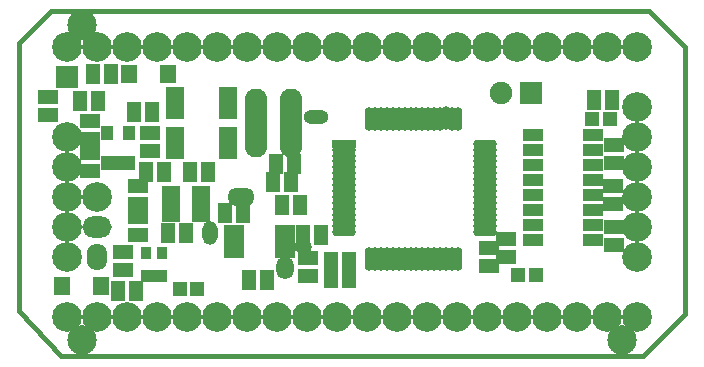
<source format=gts>
G04 (created by PCBNEW-RS274X (2011-05-25)-stable) date Fri 26 Jun 2015 07:16:06 BST*
G01*
G70*
G90*
%MOIN*%
G04 Gerber Fmt 3.4, Leading zero omitted, Abs format*
%FSLAX34Y34*%
G04 APERTURE LIST*
%ADD10C,0.006000*%
%ADD11C,0.015000*%
%ADD12R,0.055400X0.060200*%
%ADD13R,0.065000X0.040000*%
%ADD14R,0.040000X0.050000*%
%ADD15R,0.059400X0.030600*%
%ADD16R,0.035700X0.039700*%
%ADD17R,0.059400X0.047600*%
%ADD18R,0.070000X0.035000*%
%ADD19R,0.080000X0.029800*%
%ADD20O,0.080000X0.029800*%
%ADD21O,0.029800X0.080000*%
%ADD22O,0.075100X0.230200*%
%ADD23R,0.065000X0.045000*%
%ADD24O,0.067200X0.090900*%
%ADD25O,0.098300X0.071200*%
%ADD26C,0.098700*%
%ADD27R,0.075000X0.075000*%
%ADD28R,0.045000X0.065000*%
%ADD29O,0.090900X0.059400*%
%ADD30O,0.083000X0.047600*%
%ADD31O,0.059400X0.075100*%
%ADD32O,0.051500X0.079100*%
%ADD33O,0.059400X0.039700*%
%ADD34C,0.075000*%
%ADD35C,0.098500*%
%ADD36R,0.051400X0.051400*%
G04 APERTURE END LIST*
G54D10*
G54D11*
X20100Y09750D02*
X18900Y10950D01*
X-01050Y10950D02*
X18900Y10950D01*
X-02100Y00950D02*
X-02100Y09900D01*
X20100Y00850D02*
X18700Y-00550D01*
X20100Y09750D02*
X20100Y00850D01*
X-00700Y-00550D02*
X18700Y-00550D01*
X-02100Y00950D02*
X-00700Y-00550D01*
X-02100Y09900D02*
X-01050Y10950D01*
G54D12*
X00621Y01800D03*
X-00671Y01800D03*
X02871Y08850D03*
X01579Y08850D03*
G54D13*
X15043Y06811D03*
X15043Y06311D03*
X15043Y05811D03*
X15043Y05311D03*
X15043Y04811D03*
X15043Y04311D03*
X15043Y03811D03*
X15043Y03311D03*
X17043Y03311D03*
X17043Y03811D03*
X17043Y04311D03*
X17043Y04811D03*
X17043Y05311D03*
X17043Y05811D03*
X17043Y06311D03*
X17043Y06811D03*
G54D14*
X00825Y05875D03*
X01575Y05875D03*
X00825Y06875D03*
X01200Y05875D03*
X01575Y06875D03*
G54D15*
X04850Y06150D03*
X04850Y06350D03*
X04850Y06550D03*
X04850Y06750D03*
X04850Y06950D03*
X03100Y06950D03*
X03100Y06750D03*
X03100Y06550D03*
X03100Y06350D03*
X03100Y06150D03*
X03100Y08300D03*
X03100Y08100D03*
X03100Y07900D03*
X03100Y07700D03*
X03100Y07500D03*
X04850Y07500D03*
X04850Y07700D03*
X04850Y07900D03*
X04850Y08100D03*
X04850Y08300D03*
G54D16*
X02656Y02874D03*
X02144Y02874D03*
X02144Y02126D03*
X02400Y02126D03*
X02656Y02126D03*
G54D17*
X03950Y04900D03*
X03950Y04525D03*
X03950Y04150D03*
X02950Y04150D03*
X02950Y04525D03*
X02950Y04900D03*
G54D18*
X05075Y03659D03*
X05075Y03403D03*
X05075Y03147D03*
X05075Y02891D03*
X06775Y02891D03*
X06775Y03147D03*
X06775Y03403D03*
X06775Y03659D03*
G54D19*
X08739Y06526D03*
G54D20*
X08739Y06329D03*
X08739Y06132D03*
X08739Y05935D03*
X08739Y05738D03*
X08739Y05542D03*
X08739Y05345D03*
X08739Y05148D03*
X08739Y04951D03*
X08739Y04754D03*
X08739Y04557D03*
X08739Y04361D03*
X08739Y04164D03*
X08739Y03967D03*
X08739Y03770D03*
X08739Y03573D03*
G54D21*
X09574Y02675D03*
X09771Y02675D03*
X09968Y02675D03*
X10165Y02675D03*
X10362Y02675D03*
X10558Y02675D03*
X10755Y02675D03*
X10952Y02675D03*
X11149Y02675D03*
X11346Y02675D03*
X11543Y02675D03*
X11739Y02675D03*
X11936Y02675D03*
X12133Y02675D03*
X12330Y02675D03*
X12527Y02675D03*
G54D20*
X13425Y03573D03*
X13425Y03770D03*
X13425Y03967D03*
X13425Y04164D03*
X13425Y04361D03*
X13425Y04557D03*
X13425Y04754D03*
X13425Y04951D03*
X13425Y05148D03*
X13425Y05345D03*
X13425Y05542D03*
X13425Y05738D03*
X13425Y05935D03*
X13425Y06132D03*
X13425Y06329D03*
X13425Y06526D03*
G54D21*
X12527Y07361D03*
X12330Y07361D03*
X11936Y07361D03*
X12133Y07368D03*
X11739Y07361D03*
X11543Y07361D03*
X11346Y07361D03*
X11149Y07361D03*
X10952Y07361D03*
X10755Y07361D03*
X10561Y07361D03*
X10364Y07361D03*
X10167Y07361D03*
X09970Y07361D03*
X09774Y07361D03*
X09577Y07361D03*
G54D22*
X05784Y07225D03*
X06966Y07225D03*
G54D23*
X13550Y02450D03*
X13550Y03050D03*
G54D24*
X00500Y02750D03*
G54D25*
X00500Y03750D03*
G54D26*
X00500Y04750D03*
G54D27*
X-00500Y08750D03*
G54D26*
X-00500Y02750D03*
X-00500Y03750D03*
X-00500Y04750D03*
X-00500Y05750D03*
X-00500Y06750D03*
X18500Y02750D03*
X18500Y03750D03*
X18500Y04750D03*
X18500Y05750D03*
X18500Y06750D03*
X18500Y07750D03*
X-00500Y00750D03*
X00500Y00750D03*
X01500Y00750D03*
X02500Y00750D03*
X03500Y00750D03*
X04500Y00750D03*
X05500Y00750D03*
X06500Y00750D03*
X07500Y00750D03*
X08500Y00750D03*
X09500Y00750D03*
X10500Y00750D03*
X11500Y00750D03*
X12500Y00750D03*
X13500Y00750D03*
X14500Y00750D03*
X15500Y00750D03*
X16500Y00750D03*
X17500Y00750D03*
X18500Y00750D03*
X-00500Y09750D03*
X00500Y09750D03*
X01500Y09750D03*
X02500Y09750D03*
X03500Y09750D03*
X04500Y09750D03*
X05500Y09750D03*
X06500Y09750D03*
X07500Y09750D03*
X08500Y09750D03*
X09500Y09750D03*
X10500Y09750D03*
X11500Y09750D03*
X12500Y09750D03*
X13500Y09750D03*
X14500Y09750D03*
X15500Y09750D03*
X16500Y09750D03*
X17500Y09750D03*
X18500Y09750D03*
G54D28*
X06675Y04500D03*
X07275Y04500D03*
X06475Y05850D03*
X07075Y05850D03*
X06350Y05250D03*
X06950Y05250D03*
G54D23*
X14125Y03350D03*
X14125Y02750D03*
G54D28*
X08900Y02600D03*
X08300Y02600D03*
G54D23*
X01875Y05125D03*
X01875Y04525D03*
G54D28*
X03450Y03550D03*
X02850Y03550D03*
X08300Y02050D03*
X08900Y02050D03*
X04200Y05600D03*
X03600Y05600D03*
X05375Y04225D03*
X04775Y04225D03*
G54D23*
X07525Y02725D03*
X07525Y02125D03*
G54D28*
X07975Y03500D03*
X07375Y03500D03*
X02125Y05600D03*
X02725Y05600D03*
G54D23*
X02250Y06300D03*
X02250Y06900D03*
X00275Y06675D03*
X00275Y07275D03*
X00275Y05625D03*
X00275Y06225D03*
X01875Y03475D03*
X01875Y04075D03*
G54D28*
X02325Y07575D03*
X01725Y07575D03*
G54D23*
X17725Y03750D03*
X17725Y03150D03*
G54D28*
X06150Y01975D03*
X05550Y01975D03*
G54D23*
X17700Y05125D03*
X17700Y04525D03*
X17717Y06483D03*
X17717Y05883D03*
G54D29*
X05300Y04750D03*
G54D30*
X07800Y07425D03*
G54D31*
X06775Y02400D03*
G54D28*
X00525Y07950D03*
X-00075Y07950D03*
G54D32*
X04275Y03550D03*
G54D33*
X07375Y03075D03*
G54D28*
X17050Y08000D03*
X17650Y08000D03*
X01200Y01625D03*
X01800Y01625D03*
G54D23*
X-01150Y08100D03*
X-01150Y07500D03*
G54D28*
X00950Y08850D03*
X00350Y08850D03*
G54D23*
X01350Y02925D03*
X01350Y02325D03*
G54D27*
X14950Y08225D03*
G54D34*
X13950Y08225D03*
G54D35*
X18000Y00000D03*
X00000Y10500D03*
X00000Y00000D03*
G54D36*
X03255Y01675D03*
X03845Y01675D03*
X14530Y02150D03*
X15120Y02150D03*
X17005Y07350D03*
X17595Y07350D03*
M02*

</source>
